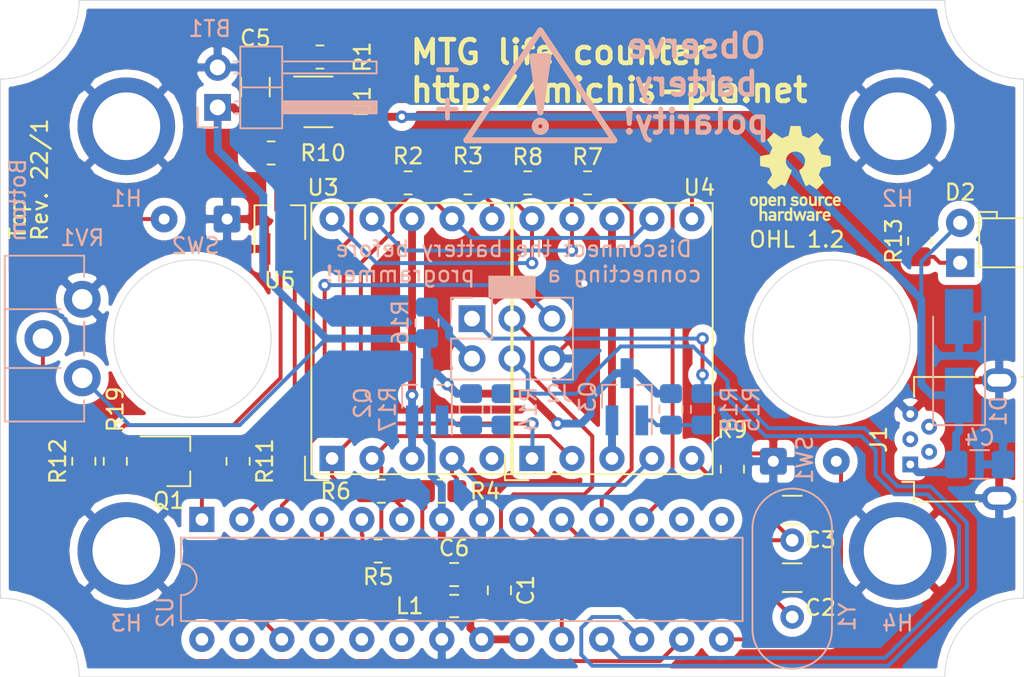
<source format=kicad_pcb>
(kicad_pcb (version 20171130) (host pcbnew "(5.1.12)-1")
  (layers (0 F.Cu signal hide) (31 B.Cu signal hide) (34 B.Paste user hide) (35 F.Paste user hide) (36 B.SilkS user) (37 F.SilkS user) (38 B.Mask user) (39 F.Mask user hide) (44 Edge.Cuts user))
  (net 0 "")
  (net 1 GND)
  (net 2 +BATT)
  (net 3 VDDA)
  (net 4 /Power/VUSB)
  (net 5 "Net-(D2-Pad1)")
  (net 6 "Net-(J1-Pad2)")
  (net 7 "Net-(J1-Pad3)")
  (net 8 "Net-(J1-Pad4)")
  (net 9 ~RESET)
  (net 10 MOSI)
  (net 11 SCK)
  (net 12 MISO)
  (net 13 /~DIGIT_1_ENABLE)
  (net 14 /~DIGIT_2_ENABLE)
  (net 15 "Net-(R1-Pad1)")
  (net 16 "Net-(R2-Pad2)")
  (net 17 /7S_A)
  (net 18 "Net-(R3-Pad2)")
  (net 19 /7S_B)
  (net 20 /7S_C)
  (net 21 "Net-(R4-Pad1)")
  (net 22 "Net-(R5-Pad2)")
  (net 23 /7S_D)
  (net 24 "Net-(R6-Pad2)")
  (net 25 /7S_E)
  (net 26 "Net-(R7-Pad2)")
  (net 27 /7S_F)
  (net 28 "Net-(R8-Pad2)")
  (net 29 /7S_G)
  (net 30 "Net-(R9-Pad2)")
  (net 31 "Net-(R10-Pad2)")
  (net 32 /Power/~BATT_LOW)
  (net 33 /Power/CHARGER_STAT)
  (net 34 "Net-(U2-Pad28)")
  (net 35 "Net-(U2-Pad14)")
  (net 36 "Net-(U2-Pad27)")
  (net 37 "Net-(U2-Pad13)")
  (net 38 "Net-(U2-Pad25)")
  (net 39 "Net-(U2-Pad24)")
  (net 40 "Net-(U2-Pad23)")
  (net 41 /SW_INC)
  (net 42 /SW_DEC)
  (net 43 "Net-(U3-Pad5)")
  (net 44 "Net-(Q2-Pad1)")
  (net 45 "Net-(Q3-Pad1)")
  (net 46 /XTAL1)
  (net 47 /XTAL2)
  (net 48 /BRIGHTNESS)
  (net 49 "Net-(Q1-Pad1)")
  (net 50 /CA_1)
  (net 51 /CA_2)
  (net 52 /VCC_PROG)
  (module Symbol:OSHW-Logo_5.7x6mm_SilkScreen (layer F.Cu) (at 150.5 111)
    (fp_text reference REF** hide)
    (fp_text value OSHW-Logo_5.7x6mm_SilkScreen hide)
  )
  (module mibe:Symbol_Attention_SilkTop_Small (layer B.Cu) (at 134.3 106.1 180)
    (fp_text reference REF** hide)
    (fp_text value Symbol_Attention_SilkTop_Small)
  )
  (module mibe:NetTie-2_SMD_Pad0.25mm (layer B.Cu) (at 133.5 124.5 270)
    (fp_text reference NT1 hide)
    (fp_text value Net-Tie_2)
    (fp_poly (pts (xy -0.5 0.125) (xy 0.5 0.125) (xy 0.5 -0.125) (xy -0.5 -0.125)) (layer B.Cu) (width 0))
    (pad 2 smd circle (at 0.5 0 270) (size 0.25 0.25) (layers B.Cu) (net 13 /~DIGIT_1_ENABLE))
    (pad 1 smd circle (at -0.5 0 270) (size 0.25 0.25) (layers B.Cu) (net 10 MOSI))
  )
  (module mibe:NetTie-2_SMD_Pad0.25mm (layer F.Cu) (at 144.6 122.8 90)
    (fp_text reference NT2 hide)
    (fp_text value Net-Tie_2)
    (fp_poly (pts (xy -0.5 -0.125) (xy 0.5 -0.125) (xy 0.5 0.125) (xy -0.5 0.125)) (layer F.Cu) (width 0))
    (pad 2 smd circle (at 0.5 0 90) (size 0.25 0.25) (layers F.Cu) (net 12 MISO))
    (pad 1 smd circle (at -0.5 0 90) (size 0.25 0.25) (layers F.Cu) (net 14 /~DIGIT_2_ENABLE))
  )
  (module Resistor_SMD:R_0805_2012Metric_Pad1.20x1.40mm_HandSolder (layer B.Cu) (at 144.6 126 270)
    (fp_text reference R15 (at 0 -3.1 270) (layer B.SilkS) (effects (justify mirror)))
    (fp_text value "220 Ω")
    (pad 2 smd roundrect (at 1 0 270) (size 1.2 1.4) (layers B.Cu B.Paste B.Mask) (roundrect_rratio 0.208333) (net 45 "Net-(Q3-Pad1)"))
    (pad 1 smd roundrect (at -1 0 270) (size 1.2 1.4) (layers B.Cu B.Paste B.Mask) (roundrect_rratio 0.208333) (net 14 /~DIGIT_2_ENABLE))
  )
  (module Package_DIP:DIP-28_W7.62mm (layer B.Cu) (at 112.8 133 270)
    (fp_text reference U2 (at 5.9 2.33 270) (layer B.SilkS) (effects (justify mirror)))
    (fp_text value AT90S4433-8P)
    (pad 28 thru_hole oval (at 7.62 0 270) (size 1.6 1.6) (drill 0.8) (layers *.Cu *.Mask) (net 34 "Net-(U2-Pad28)"))
    (pad 14 thru_hole oval (at 0 -33.02 270) (size 1.6 1.6) (drill 0.8) (layers *.Cu *.Mask) (net 35 "Net-(U2-Pad14)"))
    (pad 27 thru_hole oval (at 7.62 -2.54 270) (size 1.6 1.6) (drill 0.8) (layers *.Cu *.Mask) (net 36 "Net-(U2-Pad27)"))
    (pad 13 thru_hole oval (at 0 -30.48 270) (size 1.6 1.6) (drill 0.8) (layers *.Cu *.Mask) (net 37 "Net-(U2-Pad13)"))
    (pad 26 thru_hole oval (at 7.62 -5.08 270) (size 1.6 1.6) (drill 0.8) (layers *.Cu *.Mask) (net 48 /BRIGHTNESS))
    (pad 12 thru_hole oval (at 0 -27.94 270) (size 1.6 1.6) (drill 0.8) (layers *.Cu *.Mask) (net 28 "Net-(R8-Pad2)"))
    (pad 25 thru_hole oval (at 7.62 -7.62 270) (size 1.6 1.6) (drill 0.8) (layers *.Cu *.Mask) (net 38 "Net-(U2-Pad25)"))
    (pad 11 thru_hole oval (at 0 -25.4 270) (size 1.6 1.6) (drill 0.8) (layers *.Cu *.Mask) (net 26 "Net-(R7-Pad2)"))
    (pad 24 thru_hole oval (at 7.62 -10.16 270) (size 1.6 1.6) (drill 0.8) (layers *.Cu *.Mask) (net 39 "Net-(U2-Pad24)"))
    (pad 10 thru_hole oval (at 0 -22.86 270) (size 1.6 1.6) (drill 0.8) (layers *.Cu *.Mask) (net 47 /XTAL2))
    (pad 23 thru_hole oval (at 7.62 -12.7 270) (size 1.6 1.6) (drill 0.8) (layers *.Cu *.Mask) (net 40 "Net-(U2-Pad23)"))
    (pad 9 thru_hole oval (at 0 -20.32 270) (size 1.6 1.6) (drill 0.8) (layers *.Cu *.Mask) (net 46 /XTAL1))
    (pad 22 thru_hole oval (at 7.62 -15.24 270) (size 1.6 1.6) (drill 0.8) (layers *.Cu *.Mask) (net 1 GND))
    (pad 8 thru_hole oval (at 0 -17.78 270) (size 1.6 1.6) (drill 0.8) (layers *.Cu *.Mask) (net 1 GND))
    (pad 21 thru_hole oval (at 7.62 -17.78 270) (size 1.6 1.6) (drill 0.8) (layers *.Cu *.Mask) (net 3 VDDA))
    (pad 7 thru_hole oval (at 0 -15.24 270) (size 1.6 1.6) (drill 0.8) (layers *.Cu *.Mask) (net 2 +BATT))
    (pad 20 thru_hole oval (at 7.62 -20.32 270) (size 1.6 1.6) (drill 0.8) (layers *.Cu *.Mask) (net 3 VDDA))
    (pad 6 thru_hole oval (at 0 -12.7 270) (size 1.6 1.6) (drill 0.8) (layers *.Cu *.Mask) (net 24 "Net-(R6-Pad2)"))
    (pad 19 thru_hole oval (at 7.62 -22.86 270) (size 1.6 1.6) (drill 0.8) (layers *.Cu *.Mask) (net 11 SCK))
    (pad 5 thru_hole oval (at 0 -10.16 270) (size 1.6 1.6) (drill 0.8) (layers *.Cu *.Mask) (net 22 "Net-(R5-Pad2)"))
    (pad 18 thru_hole oval (at 7.62 -25.4 270) (size 1.6 1.6) (drill 0.8) (layers *.Cu *.Mask) (net 14 /~DIGIT_2_ENABLE))
    (pad 4 thru_hole oval (at 0 -7.62 270) (size 1.6 1.6) (drill 0.8) (layers *.Cu *.Mask) (net 21 "Net-(R4-Pad1)"))
    (pad 17 thru_hole oval (at 7.62 -27.94 270) (size 1.6 1.6) (drill 0.8) (layers *.Cu *.Mask) (net 13 /~DIGIT_1_ENABLE))
    (pad 3 thru_hole oval (at 0 -5.08 270) (size 1.6 1.6) (drill 0.8) (layers *.Cu *.Mask) (net 18 "Net-(R3-Pad2)"))
    (pad 16 thru_hole oval (at 7.62 -30.48 270) (size 1.6 1.6) (drill 0.8) (layers *.Cu *.Mask) (net 41 /SW_INC))
    (pad 2 thru_hole oval (at 0 -2.54 270) (size 1.6 1.6) (drill 0.8) (layers *.Cu *.Mask) (net 16 "Net-(R2-Pad2)"))
    (pad 15 thru_hole oval (at 7.62 -33.02 270) (size 1.6 1.6) (drill 0.8) (layers *.Cu *.Mask) (net 42 /SW_DEC))
    (pad 1 thru_hole rect (at 0 0 270) (size 1.6 1.6) (drill 0.8) (layers *.Cu *.Mask) (net 9 ~RESET))
  )
  (module mibe:HDSP-H101 (layer F.Cu) (at 133.77 129.12)
    (fp_text reference U4 (at 10.63 -17.22) (layer F.SilkS))
    (fp_text value HDSP-H101)
    (pad 10 thru_hole circle (at 0 -15.24) (size 1.6 1.6) (drill 0.8) (layers *.Cu *.Mask) (net 29 /7S_G))
    (pad 9 thru_hole circle (at 2.54 -15.24) (size 1.6 1.6) (drill 0.8) (layers *.Cu *.Mask) (net 27 /7S_F))
    (pad 8 thru_hole circle (at 5.08 -15.24) (size 1.6 1.6) (drill 0.8) (layers *.Cu *.Mask) (net 51 /CA_2))
    (pad 7 thru_hole circle (at 7.62 -15.24) (size 1.6 1.6) (drill 0.8) (layers *.Cu *.Mask) (net 17 /7S_A))
    (pad 6 thru_hole circle (at 10.16 -15.24) (size 1.6 1.6) (drill 0.8) (layers *.Cu *.Mask) (net 19 /7S_B))
    (pad 5 thru_hole circle (at 10.16 0) (size 1.6 1.6) (drill 0.8) (layers *.Cu *.Mask) (net 30 "Net-(R9-Pad2)"))
    (pad 4 thru_hole circle (at 7.62 0) (size 1.6 1.6) (drill 0.8) (layers *.Cu *.Mask) (net 20 /7S_C))
    (pad 3 thru_hole circle (at 5.08 0) (size 1.6 1.6) (drill 0.8) (layers *.Cu *.Mask) (net 51 /CA_2))
    (pad 2 thru_hole circle (at 2.54 0) (size 1.6 1.6) (drill 0.8) (layers *.Cu *.Mask) (net 23 /7S_D))
    (pad 1 thru_hole rect (at 0 0) (size 1.6 1.6) (drill 0.8) (layers *.Cu *.Mask) (net 25 /7S_E))
  )
  (module Connector_Wire:SolderWire-0.15sqmm_1x02_P4mm_D0.5mm_OD1.5mm (layer F.Cu) (at 114.4 113.9 180)
    (fp_text reference SW2 (at 2 -1.7) (layer B.SilkS) (effects (justify mirror)))
    (fp_text value SW_Push)
    (pad 1 thru_hole roundrect (at 0 0 180) (size 1.7 1.7) (drill 0.7) (layers *.Cu *.Mask) (roundrect_rratio 0.147059) (net 1 GND))
    (pad 2 thru_hole circle (at 4 0 180) (size 1.7 1.7) (drill 0.7) (layers *.Cu *.Mask) (net 41 /SW_INC))
  )
  (module Connector_Wire:SolderWire-0.15sqmm_1x02_P4mm_D0.5mm_OD1.5mm (layer F.Cu) (at 149.1 129.3)
    (fp_text reference SW1 (at 2 -0.1 -90) (layer B.SilkS) (effects (justify mirror)))
    (fp_text value SW_Push)
    (pad 2 thru_hole circle (at 4 0) (size 1.7 1.7) (drill 0.7) (layers *.Cu *.Mask) (net 42 /SW_DEC))
    (pad 1 thru_hole roundrect (at 0 0) (size 1.7 1.7) (drill 0.7) (layers *.Cu *.Mask) (roundrect_rratio 0.147059) (net 1 GND))
  )
  (module Resistor_SMD:R_0805_2012Metric_Pad1.20x1.40mm_HandSolder (layer F.Cu) (at 107.3 129.3 90)
    (fp_text reference R19 (at 3.3 0 90) (layer F.SilkS))
    (fp_text value "10 kΩ")
    (pad 2 smd roundrect (at 1 0 90) (size 1.2 1.4) (layers F.Cu F.Paste F.Mask) (roundrect_rratio 0.208333) (net 4 /Power/VUSB))
    (pad 1 smd roundrect (at -1 0 90) (size 1.2 1.4) (layers F.Cu F.Paste F.Mask) (roundrect_rratio 0.208333) (net 49 "Net-(Q1-Pad1)"))
  )
  (module LED_THT:LED_D3.0mm_Horizontal_O1.27mm_Z2.0mm (layer F.Cu) (at 160.97 116.68 90)
    (fp_text reference D2 (at 4.48 0 180) (layer F.SilkS))
    (fp_text value "LED red")
    (pad 2 thru_hole circle (at 2.54 0 90) (size 1.8 1.8) (drill 0.9) (layers *.Cu *.Mask) (net 4 /Power/VUSB))
    (pad 1 thru_hole rect (at 0 0 90) (size 1.8 1.8) (drill 0.9) (layers *.Cu *.Mask) (net 5 "Net-(D2-Pad1)"))
  )
  (module Capacitor_SMD:C_0805_2012Metric_Pad1.18x1.45mm_HandSolder (layer F.Cu) (at 128.825 136.5)
    (fp_text reference C6 (at 0 -1.68) (layer F.SilkS))
    (fp_text value "100 nF")
    (pad 1 smd roundrect (at -1.0375 0) (size 1.175 1.45) (layers F.Cu F.Paste F.Mask) (roundrect_rratio 0.212766) (net 2 +BATT))
    (pad 2 smd roundrect (at 1.0375 0) (size 1.175 1.45) (layers F.Cu F.Paste F.Mask) (roundrect_rratio 0.212766) (net 1 GND))
  )
  (module Crystal:Crystal_HC49-4H_Vertical (layer B.Cu) (at 150.3 139.2 90)
    (fp_text reference Y1 (at 0 3.5 90) (layer B.SilkS) (effects (justify mirror)))
    (fp_text value "8 MHz")
    (pad 2 thru_hole circle (at 4.88 0 90) (size 1.5 1.5) (drill 0.8) (layers *.Cu *.Mask) (net 47 /XTAL2))
    (pad 1 thru_hole circle (at 0 0 90) (size 1.5 1.5) (drill 0.8) (layers *.Cu *.Mask) (net 46 /XTAL1))
  )
  (module mibe:SMTSO-M3 (layer B.Cu) (at 157 135)
    (fp_text reference H4 (at 0 4.6) (layer B.SilkS) (effects (justify mirror)))
    (fp_text value MountingHole_Pad)
    (pad 1 thru_hole circle (at 0 0) (size 6.2 6.2) (drill 4.3) (layers *.Cu *.Mask) (net 1 GND))
  )
  (module mibe:SMTSO-M3 (layer B.Cu) (at 108 135)
    (fp_text reference H3 (at 0 4.6) (layer B.SilkS) (effects (justify mirror)))
    (fp_text value MountingHole_Pad)
    (pad 1 thru_hole circle (at 0 0) (size 6.2 6.2) (drill 4.3) (layers *.Cu *.Mask) (net 1 GND))
  )
  (module mibe:SMTSO-M3 (layer B.Cu) (at 157 108)
    (fp_text reference H2 (at 0 4.6) (layer B.SilkS) (effects (justify mirror)))
    (fp_text value MountingHole_Pad)
    (pad 1 thru_hole circle (at 0 0) (size 6.2 6.2) (drill 4.3) (layers *.Cu *.Mask) (net 1 GND))
  )
  (module mibe:SMTSO-M3 (layer B.Cu) (at 108 108)
    (fp_text reference H1 (at 0 4.6) (layer B.SilkS) (effects (justify mirror)))
    (fp_text value MountingHole_Pad)
    (pad 1 thru_hole circle (at 0 0) (size 6.2 6.2) (drill 4.3) (layers *.Cu *.Mask) (net 1 GND))
  )
  (module Package_TO_SOT_SMD:SOT-23W_Handsoldering (layer F.Cu) (at 117.75 114.1 90)
    (fp_text reference U5 (at -3.7 0 180) (layer F.SilkS))
    (fp_text value SGM809-T)
    (pad 3 smd rect (at 1.7 0 90) (size 2 0.7) (layers F.Cu F.Paste F.Mask) (net 31 "Net-(R10-Pad2)"))
    (pad 2 smd rect (at -1.7 0.95 90) (size 2 0.7) (layers F.Cu F.Paste F.Mask) (net 32 /Power/~BATT_LOW))
    (pad 1 smd rect (at -1.7 -0.95 90) (size 2 0.7) (layers F.Cu F.Paste F.Mask) (net 1 GND))
  )
  (module mibe:HDSP-H101 (layer F.Cu) (at 121.07 129.12)
    (fp_text reference U3 (at -0.57 -17.22) (layer F.SilkS))
    (fp_text value HDSP-H101)
    (pad 10 thru_hole circle (at 0 -15.24) (size 1.6 1.6) (drill 0.8) (layers *.Cu *.Mask) (net 29 /7S_G))
    (pad 9 thru_hole circle (at 2.54 -15.24) (size 1.6 1.6) (drill 0.8) (layers *.Cu *.Mask) (net 27 /7S_F))
    (pad 8 thru_hole circle (at 5.08 -15.24) (size 1.6 1.6) (drill 0.8) (layers *.Cu *.Mask) (net 50 /CA_1))
    (pad 7 thru_hole circle (at 7.62 -15.24) (size 1.6 1.6) (drill 0.8) (layers *.Cu *.Mask) (net 17 /7S_A))
    (pad 6 thru_hole circle (at 10.16 -15.24) (size 1.6 1.6) (drill 0.8) (layers *.Cu *.Mask) (net 19 /7S_B))
    (pad 5 thru_hole circle (at 10.16 0) (size 1.6 1.6) (drill 0.8) (layers *.Cu *.Mask) (net 43 "Net-(U3-Pad5)"))
    (pad 4 thru_hole circle (at 7.62 0) (size 1.6 1.6) (drill 0.8) (layers *.Cu *.Mask) (net 20 /7S_C))
    (pad 3 thru_hole circle (at 5.08 0) (size 1.6 1.6) (drill 0.8) (layers *.Cu *.Mask) (net 50 /CA_1))
    (pad 2 thru_hole circle (at 2.54 0) (size 1.6 1.6) (drill 0.8) (layers *.Cu *.Mask) (net 23 /7S_D))
    (pad 1 thru_hole rect (at 0 0) (size 1.6 1.6) (drill 0.8) (layers *.Cu *.Mask) (net 25 /7S_E))
  )
  (module Package_TO_SOT_SMD:SOT-23-5 (layer F.Cu) (at 120.2 106.45)
    (fp_text reference U1 (at 2.8 0 90) (layer F.SilkS))
    (fp_text value MCP73831-2-OT)
    (pad 5 smd rect (at 1.1 -0.95) (size 1.06 0.65) (layers F.Cu F.Paste F.Mask) (net 15 "Net-(R1-Pad1)"))
    (pad 4 smd rect (at 1.1 0.95) (size 1.06 0.65) (layers F.Cu F.Paste F.Mask) (net 4 /Power/VUSB))
    (pad 3 smd rect (at -1.1 0.95) (size 1.06 0.65) (layers F.Cu F.Paste F.Mask) (net 2 +BATT))
    (pad 2 smd rect (at -1.1 0) (size 1.06 0.65) (layers F.Cu F.Paste F.Mask) (net 1 GND))
    (pad 1 smd rect (at -1.1 -0.95) (size 1.06 0.65) (layers F.Cu F.Paste F.Mask) (net 33 /Power/CHARGER_STAT))
  )
  (module Potentiometer_THT:Potentiometer_Piher_PT-10-H01_Horizontal (layer B.Cu) (at 105.2 119 180)
    (fp_text reference RV1 (at 0 3.9) (layer B.SilkS) (effects (justify mirror)))
    (fp_text value "10 kΩ")
    (pad 1 thru_hole circle (at 0 0 180) (size 2.34 2.34) (drill 1.3) (layers *.Cu *.Mask) (net 1 GND))
    (pad 2 thru_hole circle (at 2.5 -2.5 180) (size 2.34 2.34) (drill 1.3) (layers *.Cu *.Mask) (net 48 /BRIGHTNESS))
    (pad 3 thru_hole circle (at 0 -5 180) (size 2.34 2.34) (drill 1.3) (layers *.Cu *.Mask) (net 2 +BATT))
  )
  (module Resistor_SMD:R_0805_2012Metric_Pad1.20x1.40mm_HandSolder (layer B.Cu) (at 142.6 126 270)
    (fp_text reference R18 (at 0 -3.7 90) (layer B.SilkS) (effects (justify mirror)))
    (fp_text value "10 kΩ")
    (pad 2 smd roundrect (at 1 0 270) (size 1.2 1.4) (layers B.Cu B.Paste B.Mask) (roundrect_rratio 0.208333) (net 45 "Net-(Q3-Pad1)"))
    (pad 1 smd roundrect (at -1 0 270) (size 1.2 1.4) (layers B.Cu B.Paste B.Mask) (roundrect_rratio 0.208333) (net 2 +BATT))
  )
  (module Resistor_SMD:R_0805_2012Metric_Pad1.20x1.40mm_HandSolder (layer B.Cu) (at 129.9 126 270)
    (fp_text reference R17 (at 0 5.3 90) (layer B.SilkS) (effects (justify mirror)))
    (fp_text value "10 kΩ")
    (pad 2 smd roundrect (at 1 0 270) (size 1.2 1.4) (layers B.Cu B.Paste B.Mask) (roundrect_rratio 0.208333) (net 44 "Net-(Q2-Pad1)"))
    (pad 1 smd roundrect (at -1 0 270) (size 1.2 1.4) (layers B.Cu B.Paste B.Mask) (roundrect_rratio 0.208333) (net 2 +BATT))
  )
  (module Resistor_SMD:R_0805_2012Metric_Pad1.20x1.40mm_HandSolder (layer B.Cu) (at 127.1 120.5 90)
    (fp_text reference R16 (at 0 -1.7 90) (layer B.SilkS) (effects (justify mirror)))
    (fp_text value "150 Ω")
    (pad 2 smd roundrect (at 1 0 90) (size 1.2 1.4) (layers B.Cu B.Paste B.Mask) (roundrect_rratio 0.208333) (net 52 /VCC_PROG))
    (pad 1 smd roundrect (at -1 0 90) (size 1.2 1.4) (layers B.Cu B.Paste B.Mask) (roundrect_rratio 0.208333) (net 2 +BATT))
  )
  (module Resistor_SMD:R_0805_2012Metric_Pad1.20x1.40mm_HandSolder (layer B.Cu) (at 131.9 126 90)
    (fp_text reference R14 (at 0 1.65 90) (layer B.SilkS) (effects (justify mirror)))
    (fp_text value "220 Ω")
    (pad 2 smd roundrect (at 1 0 90) (size 1.2 1.4) (layers B.Cu B.Paste B.Mask) (roundrect_rratio 0.208333) (net 13 /~DIGIT_1_ENABLE))
    (pad 1 smd roundrect (at -1 0 90) (size 1.2 1.4) (layers B.Cu B.Paste B.Mask) (roundrect_rratio 0.208333) (net 44 "Net-(Q2-Pad1)"))
  )
  (module Resistor_SMD:R_0805_2012Metric_Pad1.20x1.40mm_HandSolder (layer F.Cu) (at 158.4 115.3 90)
    (fp_text reference R13 (at 0 -1.65 90) (layer F.SilkS))
    (fp_text value "1,8 kΩ")
    (pad 2 smd roundrect (at 1 0 90) (size 1.2 1.4) (layers F.Cu F.Paste F.Mask) (roundrect_rratio 0.208333) (net 33 /Power/CHARGER_STAT))
    (pad 1 smd roundrect (at -1 0 90) (size 1.2 1.4) (layers F.Cu F.Paste F.Mask) (roundrect_rratio 0.208333) (net 5 "Net-(D2-Pad1)"))
  )
  (module Resistor_SMD:R_0805_2012Metric_Pad1.20x1.40mm_HandSolder (layer F.Cu) (at 105.3 129.3 90)
    (fp_text reference R12 (at 0 -1.65 90) (layer F.SilkS))
    (fp_text value "100 kΩ")
    (pad 2 smd roundrect (at 1 0 90) (size 1.2 1.4) (layers F.Cu F.Paste F.Mask) (roundrect_rratio 0.208333) (net 4 /Power/VUSB))
    (pad 1 smd roundrect (at -1 0 90) (size 1.2 1.4) (layers F.Cu F.Paste F.Mask) (roundrect_rratio 0.208333) (net 1 GND))
  )
  (module Resistor_SMD:R_0805_2012Metric_Pad1.20x1.40mm_HandSolder (layer F.Cu) (at 115.1 129.3 90)
    (fp_text reference R11 (at 0 1.7 90) (layer F.SilkS))
    (fp_text value "10 kΩ")
    (pad 2 smd roundrect (at 1 0 90) (size 1.2 1.4) (layers F.Cu F.Paste F.Mask) (roundrect_rratio 0.208333) (net 32 /Power/~BATT_LOW))
    (pad 1 smd roundrect (at -1 0 90) (size 1.2 1.4) (layers F.Cu F.Paste F.Mask) (roundrect_rratio 0.208333) (net 9 ~RESET))
  )
  (module Resistor_SMD:R_0805_2012Metric_Pad1.20x1.40mm_HandSolder (layer F.Cu) (at 117.2 109.7)
    (fp_text reference R10 (at 3.3 0) (layer F.SilkS))
    (fp_text value "680 Ω")
    (pad 2 smd roundrect (at 1 0) (size 1.2 1.4) (layers F.Cu F.Paste F.Mask) (roundrect_rratio 0.208333) (net 31 "Net-(R10-Pad2)"))
    (pad 1 smd roundrect (at -1 0) (size 1.2 1.4) (layers F.Cu F.Paste F.Mask) (roundrect_rratio 0.208333) (net 2 +BATT))
  )
  (module Resistor_SMD:R_0805_2012Metric_Pad1.20x1.40mm_HandSolder (layer F.Cu) (at 146.5 129.8 270)
    (fp_text reference R9 (at -2.5 0 180) (layer F.SilkS))
    (fp_text value "130 Ω")
    (pad 2 smd roundrect (at 1 0 270) (size 1.2 1.4) (layers F.Cu F.Paste F.Mask) (roundrect_rratio 0.208333) (net 30 "Net-(R9-Pad2)"))
    (pad 1 smd roundrect (at -1 0 270) (size 1.2 1.4) (layers F.Cu F.Paste F.Mask) (roundrect_rratio 0.208333) (net 1 GND))
  )
  (module Resistor_SMD:R_0805_2012Metric_Pad1.20x1.40mm_HandSolder (layer F.Cu) (at 133.5 111.6)
    (fp_text reference R8 (at 0 -1.65) (layer F.SilkS))
    (fp_text value "130 Ω")
    (pad 2 smd roundrect (at 1 0) (size 1.2 1.4) (layers F.Cu F.Paste F.Mask) (roundrect_rratio 0.208333) (net 28 "Net-(R8-Pad2)"))
    (pad 1 smd roundrect (at -1 0) (size 1.2 1.4) (layers F.Cu F.Paste F.Mask) (roundrect_rratio 0.208333) (net 29 /7S_G))
  )
  (module Resistor_SMD:R_0805_2012Metric_Pad1.20x1.40mm_HandSolder (layer F.Cu) (at 137.3 111.6)
    (fp_text reference R7 (at 0 -1.65) (layer F.SilkS))
    (fp_text value "130 Ω")
    (pad 2 smd roundrect (at 1 0) (size 1.2 1.4) (layers F.Cu F.Paste F.Mask) (roundrect_rratio 0.208333) (net 26 "Net-(R7-Pad2)"))
    (pad 1 smd roundrect (at -1 0) (size 1.2 1.4) (layers F.Cu F.Paste F.Mask) (roundrect_rratio 0.208333) (net 27 /7S_F))
  )
  (module Resistor_SMD:R_0805_2012Metric_Pad1.20x1.40mm_HandSolder (layer F.Cu) (at 124.2 131.2)
    (fp_text reference R6 (at -2.9 0) (layer F.SilkS))
    (fp_text value "130 Ω")
    (pad 2 smd roundrect (at 1 0) (size 1.2 1.4) (layers F.Cu F.Paste F.Mask) (roundrect_rratio 0.208333) (net 24 "Net-(R6-Pad2)"))
    (pad 1 smd roundrect (at -1 0) (size 1.2 1.4) (layers F.Cu F.Paste F.Mask) (roundrect_rratio 0.208333) (net 25 /7S_E))
  )
  (module Resistor_SMD:R_0805_2012Metric_Pad1.20x1.40mm_HandSolder (layer F.Cu) (at 124 135 180)
    (fp_text reference R5 (at 0 -1.65) (layer F.SilkS))
    (fp_text value "130 Ω")
    (pad 2 smd roundrect (at 1 0 180) (size 1.2 1.4) (layers F.Cu F.Paste F.Mask) (roundrect_rratio 0.208333) (net 22 "Net-(R5-Pad2)"))
    (pad 1 smd roundrect (at -1 0 180) (size 1.2 1.4) (layers F.Cu F.Paste F.Mask) (roundrect_rratio 0.208333) (net 23 /7S_D))
  )
  (module Resistor_SMD:R_0805_2012Metric_Pad1.20x1.40mm_HandSolder (layer F.Cu) (at 128 131.2)
    (fp_text reference R4 (at 2.8 0) (layer F.SilkS))
    (fp_text value "130 Ω")
    (pad 2 smd roundrect (at 1 0) (size 1.2 1.4) (layers F.Cu F.Paste F.Mask) (roundrect_rratio 0.208333) (net 20 /7S_C))
    (pad 1 smd roundrect (at -1 0) (size 1.2 1.4) (layers F.Cu F.Paste F.Mask) (roundrect_rratio 0.208333) (net 21 "Net-(R4-Pad1)"))
  )
  (module Resistor_SMD:R_0805_2012Metric_Pad1.20x1.40mm_HandSolder (layer F.Cu) (at 129.7 111.6 180)
    (fp_text reference R3 (at 0 1.7) (layer F.SilkS))
    (fp_text value "130 Ω")
    (pad 2 smd roundrect (at 1 0 180) (size 1.2 1.4) (layers F.Cu F.Paste F.Mask) (roundrect_rratio 0.208333) (net 18 "Net-(R3-Pad2)"))
    (pad 1 smd roundrect (at -1 0 180) (size 1.2 1.4) (layers F.Cu F.Paste F.Mask) (roundrect_rratio 0.208333) (net 19 /7S_B))
  )
  (module Resistor_SMD:R_0805_2012Metric_Pad1.20x1.40mm_HandSolder (layer F.Cu) (at 125.9 111.6 180)
    (fp_text reference R2 (at 0 1.7) (layer F.SilkS))
    (fp_text value "130 Ω")
    (pad 2 smd roundrect (at 1 0 180) (size 1.2 1.4) (layers F.Cu F.Paste F.Mask) (roundrect_rratio 0.208333) (net 16 "Net-(R2-Pad2)"))
    (pad 1 smd roundrect (at -1 0 180) (size 1.2 1.4) (layers F.Cu F.Paste F.Mask) (roundrect_rratio 0.208333) (net 17 /7S_A))
  )
  (module Resistor_SMD:R_0805_2012Metric_Pad1.20x1.40mm_HandSolder (layer F.Cu) (at 120.3 103.6 180)
    (fp_text reference R1 (at -2.7 0 90) (layer F.SilkS))
    (fp_text value "3,3 kΩ")
    (pad 2 smd roundrect (at 1 0 180) (size 1.2 1.4) (layers F.Cu F.Paste F.Mask) (roundrect_rratio 0.208333) (net 1 GND))
    (pad 1 smd roundrect (at -1 0 180) (size 1.2 1.4) (layers F.Cu F.Paste F.Mask) (roundrect_rratio 0.208333) (net 15 "Net-(R1-Pad1)"))
  )
  (module Package_TO_SOT_SMD:SOT-23_Handsoldering (layer B.Cu) (at 139.8 125.2 90)
    (fp_text reference Q3 (at 0 -2.5 90) (layer B.SilkS) (effects (justify mirror)))
    (fp_text value Si2301DS)
    (pad 3 smd rect (at 1.5 0 90) (size 1.9 0.8) (layers B.Cu B.Paste B.Mask) (net 2 +BATT))
    (pad 2 smd rect (at -1.5 -0.95 90) (size 1.9 0.8) (layers B.Cu B.Paste B.Mask) (net 51 /CA_2))
    (pad 1 smd rect (at -1.5 0.95 90) (size 1.9 0.8) (layers B.Cu B.Paste B.Mask) (net 45 "Net-(Q3-Pad1)"))
  )
  (module Package_TO_SOT_SMD:SOT-23_Handsoldering (layer B.Cu) (at 127.1 125.2 90)
    (fp_text reference Q2 (at -0.4 -4.1 90) (layer B.SilkS) (effects (justify mirror)))
    (fp_text value Si2301DS)
    (pad 3 smd rect (at 1.5 0 90) (size 1.9 0.8) (layers B.Cu B.Paste B.Mask) (net 2 +BATT))
    (pad 2 smd rect (at -1.5 -0.95 90) (size 1.9 0.8) (layers B.Cu B.Paste B.Mask) (net 50 /CA_1))
    (pad 1 smd rect (at -1.5 0.95 90) (size 1.9 0.8) (layers B.Cu B.Paste B.Mask) (net 44 "Net-(Q2-Pad1)"))
  )
  (module Package_TO_SOT_SMD:SOT-23_Handsoldering (layer F.Cu) (at 111.3 129.3)
    (fp_text reference Q1 (at -0.6 2.5 180) (layer F.SilkS))
    (fp_text value IRLML6244)
    (pad 3 smd rect (at 1.5 0) (size 1.9 0.8) (layers F.Cu F.Paste F.Mask) (net 9 ~RESET))
    (pad 2 smd rect (at -1.5 0.95) (size 1.9 0.8) (layers F.Cu F.Paste F.Mask) (net 1 GND))
    (pad 1 smd rect (at -1.5 -0.95) (size 1.9 0.8) (layers F.Cu F.Paste F.Mask) (net 49 "Net-(Q1-Pad1)"))
  )
  (module Inductor_SMD:L_0805_2012Metric_Pad1.15x1.40mm_HandSolder (layer F.Cu) (at 128.825 138.5)
    (fp_text reference L1 (at -2.825 0) (layer F.SilkS))
    (fp_text value "10 µH")
    (pad 1 smd roundrect (at -1.025 0) (size 1.15 1.4) (layers F.Cu F.Paste F.Mask) (roundrect_rratio 0.217391) (net 2 +BATT))
    (pad 2 smd roundrect (at 1.025 0) (size 1.15 1.4) (layers F.Cu F.Paste F.Mask) (roundrect_rratio 0.217391) (net 3 VDDA))
  )
  (module Connector_PinHeader_2.54mm:PinHeader_2x03_P2.54mm_Vertical (layer B.Cu) (at 129.96 120.23 270)
    (fp_text reference J2 (at 4.77 -5.54 180) (layer B.SilkS) (effects (justify mirror)))
    (fp_text value AVR-ISP-6)
    (pad 6 thru_hole oval (at 2.54 -5.08 270) (size 1.7 1.7) (drill 1) (layers *.Cu *.Mask) (net 1 GND))
    (pad 5 thru_hole oval (at 0 -5.08 270) (size 1.7 1.7) (drill 1) (layers *.Cu *.Mask) (net 9 ~RESET))
    (pad 4 thru_hole oval (at 2.54 -2.54 270) (size 1.7 1.7) (drill 1) (layers *.Cu *.Mask) (net 10 MOSI))
    (pad 3 thru_hole oval (at 0 -2.54 270) (size 1.7 1.7) (drill 1) (layers *.Cu *.Mask) (net 11 SCK))
    (pad 2 thru_hole oval (at 2.54 0 270) (size 1.7 1.7) (drill 1) (layers *.Cu *.Mask) (net 52 /VCC_PROG))
    (pad 1 thru_hole rect (at 0 0 270) (size 1.7 1.7) (drill 1) (layers *.Cu *.Mask) (net 12 MISO))
  )
  (module mibe:USB_Mini-B_Reichelt_BWM (layer F.Cu) (at 157.8 129.5 90)
    (fp_text reference J1 (at 1.6 -2 -90) (layer F.SilkS))
    (fp_text value USB_B_Mini)
    (pad 6 thru_hole oval (at 5.35 5.65 90) (size 1.5 2.2) (drill oval 0.8 1.5) (layers *.Cu *.Mask) (net 1 GND))
    (pad 6 thru_hole oval (at -2.15 5.65 90) (size 1.5 2.2) (drill oval 0.8 1.5) (layers *.Cu *.Mask) (net 1 GND))
    (pad 5 thru_hole circle (at 3.2 0 90) (size 1 1) (drill 0.5) (layers *.Cu *.Mask) (net 1 GND))
    (pad 4 thru_hole circle (at 2.4 1.2 90) (size 1 1) (drill 0.5) (layers *.Cu *.Mask) (net 8 "Net-(J1-Pad4)"))
    (pad 3 thru_hole circle (at 1.6 0 90) (size 1 1) (drill 0.5) (layers *.Cu *.Mask) (net 7 "Net-(J1-Pad3)"))
    (pad 2 thru_hole circle (at 0.8 1.2 90) (size 1 1) (drill 0.5) (layers *.Cu *.Mask) (net 6 "Net-(J1-Pad2)"))
    (pad 1 thru_hole rect (at 0 0 90) (size 1 1) (drill 0.5) (layers *.Cu *.Mask) (net 4 /Power/VUSB))
  )
  (module Diode_SMD:D_SMA_Handsoldering (layer B.Cu) (at 160.9 122.6 90)
    (fp_text reference D1 (at -3.5 2.5 90) (layer B.SilkS) (effects (justify mirror)))
    (fp_text value SMAJ5.0A)
    (pad 2 smd rect (at 2.5 0 90) (size 3.5 1.8) (layers B.Cu B.Paste B.Mask) (net 1 GND))
    (pad 1 smd rect (at -2.5 0 90) (size 3.5 1.8) (layers B.Cu B.Paste B.Mask) (net 4 /Power/VUSB))
  )
  (module Capacitor_SMD:C_1206_3216Metric_Pad1.42x1.75mm_HandSolder (layer F.Cu) (at 116.2 105.5125 90)
    (fp_text reference C5 (at 3.1125 0 180) (layer F.SilkS))
    (fp_text value "4,7 µF")
    (pad 2 smd roundrect (at 1.4875 0 90) (size 1.425 1.75) (layers F.Cu F.Paste F.Mask) (roundrect_rratio 0.175439) (net 1 GND))
    (pad 1 smd roundrect (at -1.4875 0 90) (size 1.425 1.75) (layers F.Cu F.Paste F.Mask) (roundrect_rratio 0.175439) (net 2 +BATT))
  )
  (module Capacitor_SMD:C_1206_3216Metric_Pad1.42x1.75mm_HandSolder (layer B.Cu) (at 162.2 129.5)
    (fp_text reference C4 (at 0 -1.7) (layer B.SilkS) (effects (justify mirror)))
    (fp_text value "4,7 µF")
    (pad 2 smd roundrect (at 1.4875 0) (size 1.425 1.75) (layers B.Cu B.Paste B.Mask) (roundrect_rratio 0.175439) (net 1 GND))
    (pad 1 smd roundrect (at -1.4875 0) (size 1.425 1.75) (layers B.Cu B.Paste B.Mask) (roundrect_rratio 0.175439) (net 4 /Power/VUSB))
  )
  (module Capacitor_SMD:C_1206_3216Metric_Pad1.42x1.75mm_HandSolder (layer F.Cu) (at 150.3 132.4)
    (fp_text reference C3 (at 1.8 1.9) (layer F.SilkS))
    (fp_text value "33 pF")
    (pad 2 smd roundrect (at 1.4875 0) (size 1.425 1.75) (layers F.Cu F.Paste F.Mask) (roundrect_rratio 0.175439) (net 1 GND))
    (pad 1 smd roundrect (at -1.4875 0) (size 1.425 1.75) (layers F.Cu F.Paste F.Mask) (roundrect_rratio 0.175439) (net 47 /XTAL2))
  )
  (module Capacitor_SMD:C_1206_3216Metric_Pad1.42x1.75mm_HandSolder (layer F.Cu) (at 150.3 136.7)
    (fp_text reference C2 (at 1.8 1.9) (layer F.SilkS))
    (fp_text value "33 pF")
    (pad 2 smd roundrect (at 1.4875 0) (size 1.425 1.75) (layers F.Cu F.Paste F.Mask) (roundrect_rratio 0.175439) (net 1 GND))
    (pad 1 smd roundrect (at -1.4875 0) (size 1.425 1.75) (layers F.Cu F.Paste F.Mask) (roundrect_rratio 0.175439) (net 46 /XTAL1))
  )
  (module Capacitor_SMD:C_0805_2012Metric_Pad1.18x1.45mm_HandSolder (layer F.Cu) (at 131.7 137.5 270)
    (fp_text reference C1 (at 0 -1.68 90) (layer F.SilkS))
    (fp_text value "100 nF")
    (pad 1 smd roundrect (at -1.0375 0 270) (size 1.175 1.45) (layers F.Cu F.Paste F.Mask) (roundrect_rratio 0.212766) (net 1 GND))
    (pad 2 smd roundrect (at 1.0375 0 270) (size 1.175 1.45) (layers F.Cu F.Paste F.Mask) (roundrect_rratio 0.212766) (net 3 VDDA))
  )
  (module Connector_PinHeader_2.54mm:PinHeader_1x02_P2.54mm_Horizontal (layer B.Cu) (at 113.8 106.8)
    (fp_text reference BT1 (at -0.5 -5) (layer B.SilkS) (effects (justify mirror)))
    (fp_text value Battery_Cell)
    (pad 2 thru_hole oval (at 0 -2.54) (size 1.7 1.7) (drill 1) (layers *.Cu *.Mask) (net 1 GND))
    (pad 1 thru_hole rect (at 0 0) (size 1.7 1.7) (drill 1) (layers *.Cu *.Mask) (net 2 +BATT))
  )
  (gr_text Bottom (at 101.1 112.7 90) (layer B.SilkS) (effects (font (size 1 1)) (justify mirror)))
  (gr_text Top (at 101.1 113.9 90) (layer F.SilkS) (effects (font (size 1 1))))
  (gr_text "OHL 1.2" (at 150.6 115.2) (layer F.SilkS) (effects (font (size 1 1))))
  (gr_text "Rev. 22/1" (at 102.5 111.4 90) (layer F.SilkS) (effects (font (size 1 1))))
  (gr_text "MTG life counter\nhttp://michis-pla.net" (at 125.9 104.5) (layer F.SilkS) (effects (font (size 1.5 1.5) (thickness 0.3)) (justify left)))
  (gr_text "Observe\nbattery\npolarity!" (at 144.2 105.3) (layer B.SilkS) (effects (font (size 1.5 1.5) (thickness 0.3)) (justify mirror)))
  (gr_poly (pts (xy 134 118.9) (xy 131 118.9) (xy 131 117.5) (xy 134 117.5)) (layer B.SilkS) (width 0))
  (gr_text - (at 128.4 104.3) (layer B.SilkS) (effects (font (size 1.5 1.5) (thickness 0.3)) (justify mirror)))
  (gr_text + (at 128.4 106.8) (layer B.SilkS) (effects (font (size 1.5 1.5) (thickness 0.3)) (justify mirror)))
  (gr_text "Disconnect the battery before\nconnecting a      programmer!" (at 132.6 116.6) (layer B.SilkS) (effects (font (size 1 1)) (justify mirror)))
  (gr_circle (center 112.2 121.5) (end 117.2 121.5) (layer Edge.Cuts) (width 0.05))
  (gr_circle (center 152.8 121.5) (end 157.8 121.5) (layer Edge.Cuts) (width 0.05))
  (gr_arc (start 165 100) (end 165 105) (angle 90) (layer Edge.Cuts) (width 0.05))
  (gr_arc (start 165 143) (end 160 143) (angle 90) (layer Edge.Cuts) (width 0.05))
  (gr_arc (start 100 143) (end 100 138) (angle 90) (layer Edge.Cuts) (width 0.05))
  (gr_arc (start 100 100) (end 105 100) (angle 90) (layer Edge.Cuts) (width 0.05))
  (gr_line (start 165 138) (end 165 105) (layer Edge.Cuts) (width 0.05))
  (gr_line (start 100 138) (end 100 105) (layer Edge.Cuts) (width 0.05))
  (gr_line (start 105 143) (end 160 143) (layer Edge.Cuts) (width 0.05))
  (gr_line (start 105 100) (end 160 100) (layer Edge.Cuts) (width 0.05))
  (segment (start 129.9 136.4625) (end 129.8625 136.5) (width 0.5) (layer F.Cu) (net 1))
  (segment (start 131.7 136.4625) (end 129.9 136.4625) (width 0.5) (layer F.Cu) (net 1))
  (segment (start 128.04 140.62) (end 128.28 140.62) (width 0.5) (layer F.Cu) (net 1))
  (segment (start 148.6 128.8) (end 149.1 129.3) (width 0.25) (layer F.Cu) (net 1))
  (segment (start 146.5 128.8) (end 148.6 128.8) (width 0.25) (layer F.Cu) (net 1))
  (segment (start 151.7875 132.4) (end 151.7875 130.3875) (width 0.5) (layer F.Cu) (net 1))
  (segment (start 150.7 129.3) (end 149.1 129.3) (width 0.5) (layer F.Cu) (net 1))
  (segment (start 151.7875 130.3875) (end 150.7 129.3) (width 0.5) (layer F.Cu) (net 1))
  (segment (start 151.7875 132.4) (end 151.7875 136.7) (width 0.5) (layer F.Cu) (net 1))
  (via (at 137.1 118) (size 0.8) (drill 0.4) (layers F.Cu B.Cu) (net 1))
  (segment (start 137.1 120.71) (end 137.1 118) (width 0.25) (layer F.Cu) (net 1))
  (segment (start 135.04 122.77) (end 137.1 120.71) (width 0.25) (layer F.Cu) (net 1))
  (segment (start 119.1 106.45) (end 118.15 106.45) (width 0.5) (layer F.Cu) (net 1))
  (segment (start 118.15 106.45) (end 117.8 106.1) (width 0.5) (layer F.Cu) (net 1))
  (segment (start 118.2 103.6) (end 119.3 103.6) (width 0.5) (layer F.Cu) (net 1))
  (segment (start 117.775 104.025) (end 118.2 103.6) (width 0.5) (layer F.Cu) (net 1))
  (segment (start 116.2 104.025) (end 117.775 104.025) (width 0.5) (layer F.Cu) (net 1))
  (segment (start 117.8 104.05) (end 117.775 104.025) (width 0.5) (layer F.Cu) (net 1))
  (segment (start 117.8 106.1) (end 117.8 104.05) (width 0.5) (layer F.Cu) (net 1))
  (segment (start 127.7875 135.7875) (end 127.7875 136.5) (width 0.5) (layer F.Cu) (net 2))
  (segment (start 128.04 133) (end 128.04 134.04) (width 0.5) (layer F.Cu) (net 2))
  (segment (start 127.7875 138.4875) (end 127.8 138.5) (width 0.5) (layer F.Cu) (net 2))
  (segment (start 127.7875 136.5) (end 127.7875 138.4875) (width 0.5) (layer F.Cu) (net 2))
  (segment (start 127.7875 136.5) (end 127.7875 135.1125) (width 0.5) (layer F.Cu) (net 2))
  (segment (start 128.04 134.86) (end 128.04 134.04) (width 0.5) (layer F.Cu) (net 2))
  (segment (start 127.7875 135.1125) (end 128.04 134.86) (width 0.5) (layer F.Cu) (net 2))
  (segment (start 113.8 106.8) (end 114.8 106.8) (width 0.5) (layer F.Cu) (net 2))
  (segment (start 115 107) (end 116.2 107) (width 0.5) (layer F.Cu) (net 2))
  (segment (start 114.8 106.8) (end 115 107) (width 0.5) (layer F.Cu) (net 2))
  (segment (start 119.1 107.4) (end 118.1 107.4) (width 0.5) (layer F.Cu) (net 2))
  (segment (start 117.7 107) (end 116.2 107) (width 0.5) (layer F.Cu) (net 2))
  (segment (start 118.1 107.4) (end 117.7 107) (width 0.5) (layer F.Cu) (net 2))
  (segment (start 127.7 123.7) (end 127.1 123.7) (width 0.5) (layer B.Cu) (net 2))
  (segment (start 129 125) (end 128.4 124.4) (width 0.5) (layer B.Cu) (net 2))
  (segment (start 129.9 125) (end 129 125) (width 0.5) (layer B.Cu) (net 2))
  (segment (start 141.7 125) (end 142.6 125) (width 0.5) (layer B.Cu) (net 2))
  (segment (start 140.4 123.7) (end 141.7 125) (width 0.5) (layer B.Cu) (net 2))
  (segment (start 139.8 123.7) (end 140.4 123.7) (width 0.5) (layer B.Cu) (net 2))
  (segment (start 116.2 107) (end 116.2 109.7) (width 0.25) (layer F.Cu) (net 2))
  (segment (start 127.1 121.5) (end 127.1 123.7) (width 0.5) (layer B.Cu) (net 2))
  (segment (start 127.1 121.5) (end 120.7 121.5) (width 0.5) (layer B.Cu) (net 2))
  (segment (start 120.7 121.5) (end 116.7 117.5) (width 0.5) (layer B.Cu) (net 2))
  (segment (start 116.7 117.5) (end 116.7 112.4) (width 0.5) (layer B.Cu) (net 2))
  (segment (start 113.8 109.5) (end 113.8 106.8) (width 0.5) (layer B.Cu) (net 2))
  (segment (start 116.7 112.4) (end 113.8 109.5) (width 0.5) (layer B.Cu) (net 2))
  (segment (start 128.04 133) (end 128.04 130.84) (width 0.5) (layer B.Cu) (net 2))
  (segment (start 128.04 130.84) (end 127.4 130.2) (width 0.5) (layer B.Cu) (net 2))
  (segment (start 127.4 130.2) (end 127.4 128.2) (width 0.5) (layer B.Cu) (net 2))
  (segment (start 127.1 127.9) (end 127.1 123.7) (width 0.5) (layer B.Cu) (net 2))
  (segment (start 127.4 128.2) (end 127.1 127.9) (width 0.5) (layer B.Cu) (net 2))
  (segment (start 128.4 124.4) (end 127.7 123.7) (width 0.5) (layer B.Cu) (net 2))
  (via (at 128.4 124.4) (size 0.8) (drill 0.4) (layers F.Cu B.Cu) (net 2))
  (segment (start 139.8 123.7) (end 139.1 123.7) (width 0.5) (layer B.Cu) (net 2))
  (segment (start 139.1 123.7) (end 137.5 125.3) (width 0.5) (layer B.Cu) (net 2))
  (segment (start 137.5 125.3) (end 137.5 126.3) (width 0.5) (layer B.Cu) (net 2))
  (via (at 135.4 126.9) (size 0.8) (drill 0.4) (layers F.Cu B.Cu) (net 2))
  (segment (start 136.9 126.9) (end 135.4 126.9) (width 0.5) (layer B.Cu) (net 2))
  (segment (start 137.5 126.3) (end 136.9 126.9) (width 0.5) (layer B.Cu) (net 2))
  (segment (start 135.4 126.9) (end 133.5 125) (width 0.5) (layer F.Cu) (net 2))
  (segment (start 129 125) (end 128.4 124.4) (width 0.5) (layer F.Cu) (net 2))
  (segment (start 133.5 125) (end 129 125) (width 0.5) (layer F.Cu) (net 2))
  (segment (start 105.2 124) (end 108.2 127) (width 0.25) (layer B.Cu) (net 2))
  (segment (start 115.2 127) (end 120.7 121.5) (width 0.25) (layer B.Cu) (net 2))
  (segment (start 108.2 127) (end 115.2 127) (width 0.25) (layer B.Cu) (net 2))
  (segment (start 130.58 140.62) (end 133.12 140.62) (width 0.5) (layer F.Cu) (net 3))
  (segment (start 131.6625 138.5) (end 131.7 138.5375) (width 0.5) (layer F.Cu) (net 3))
  (segment (start 129.85 138.5) (end 131.6625 138.5) (width 0.5) (layer F.Cu) (net 3))
  (segment (start 129.85 139.89) (end 130.58 140.62) (width 0.5) (layer F.Cu) (net 3))
  (segment (start 129.85 138.5) (end 129.85 139.89) (width 0.5) (layer F.Cu) (net 3))
  (segment (start 105.3 128.3) (end 107.3 128.3) (width 0.25) (layer F.Cu) (net 4))
  (segment (start 157.8 129.5) (end 158.3 130) (width 0.5) (layer B.Cu) (net 4))
  (segment (start 160.2125 130) (end 160.7125 129.5) (width 0.5) (layer B.Cu) (net 4))
  (segment (start 158.3 130) (end 160.2125 130) (width 0.5) (layer B.Cu) (net 4))
  (segment (start 160.9 127.4) (end 160.9 125.1) (width 0.5) (layer B.Cu) (net 4))
  (segment (start 160.7125 127.5875) (end 160.9 127.4) (width 0.5) (layer B.Cu) (net 4))
  (segment (start 160.7125 129.5) (end 160.7125 127.5875) (width 0.5) (layer B.Cu) (net 4))
  (segment (start 125.5 107.4) (end 121.3 107.4) (width 0.5) (layer F.Cu) (net 4))
  (segment (start 159.2 125.1) (end 160.9 125.1) (width 0.5) (layer B.Cu) (net 4))
  (segment (start 158.5 124.4) (end 159.2 125.1) (width 0.5) (layer B.Cu) (net 4))
  (segment (start 158.5 119) (end 158.5 124.4) (width 0.5) (layer B.Cu) (net 4))
  (segment (start 146.9 107.4) (end 158.5 119) (width 0.5) (layer B.Cu) (net 4))
  (segment (start 125.5 107.4) (end 146.9 107.4) (width 0.5) (layer B.Cu) (net 4))
  (via (at 125.5 107.4) (size 0.8) (drill 0.4) (layers F.Cu B.Cu) (net 4))
  (segment (start 158.5 116.61) (end 160.97 114.14) (width 0.25) (layer B.Cu) (net 4))
  (segment (start 158.5 119) (end 158.5 116.61) (width 0.25) (layer B.Cu) (net 4))
  (segment (start 121.3 110) (end 121.3 107.4) (width 0.25) (layer F.Cu) (net 4))
  (segment (start 118.9 112.4) (end 121.3 110) (width 0.25) (layer F.Cu) (net 4))
  (segment (start 118.9 113.4) (end 118.9 112.4) (width 0.25) (layer F.Cu) (net 4))
  (segment (start 117.8 114.5) (end 118.9 113.4) (width 0.25) (layer F.Cu) (net 4))
  (segment (start 117.8 124) (end 117.8 114.5) (width 0.25) (layer F.Cu) (net 4))
  (segment (start 114.8 127) (end 117.8 124) (width 0.25) (layer F.Cu) (net 4))
  (segment (start 107.9 127) (end 114.8 127) (width 0.25) (layer F.Cu) (net 4))
  (segment (start 107.3 127.6) (end 107.9 127) (width 0.25) (layer F.Cu) (net 4))
  (segment (start 107.3 128.3) (end 107.3 127.6) (width 0.25) (layer F.Cu) (net 4))
  (segment (start 159.68 116.68) (end 160.97 116.68) (width 0.25) (layer F.Cu) (net 5))
  (segment (start 159.3 116.3) (end 159.68 116.68) (width 0.25) (layer F.Cu) (net 5))
  (segment (start 158.4 116.3) (end 159.3 116.3) (width 0.25) (layer F.Cu) (net 5))
  (via (at 120.6 118.1) (size 0.8) (drill 0.4) (layers F.Cu B.Cu) (net 9))
  (segment (start 132.91 118.1) (end 120.6 118.1) (width 0.25) (layer B.Cu) (net 9))
  (segment (start 135.04 120.23) (end 132.91 118.1) (width 0.25) (layer B.Cu) (net 9))
  (segment (start 120.6 118.1) (end 120.6 125.2) (width 0.25) (layer F.Cu) (net 9))
  (segment (start 120.6 125.2) (end 117.4 128.4) (width 0.25) (layer F.Cu) (net 9))
  (segment (start 117.4 128.4) (end 117.4 129.5) (width 0.25) (layer F.Cu) (net 9))
  (segment (start 116.6 130.3) (end 115.1 130.3) (width 0.25) (layer F.Cu) (net 9))
  (segment (start 117.4 129.5) (end 116.6 130.3) (width 0.25) (layer F.Cu) (net 9))
  (segment (start 115.1 130.3) (end 112.8 130.3) (width 0.25) (layer F.Cu) (net 9))
  (segment (start 112.8 130.3) (end 112.8 133) (width 0.25) (layer F.Cu) (net 9))
  (segment (start 112.8 129.3) (end 112.8 130.3) (width 0.25) (layer F.Cu) (net 9))
  (segment (start 133.5 123.77) (end 132.5 122.77) (width 0.25) (layer B.Cu) (net 10))
  (segment (start 133.5 124) (end 133.5 123.77) (width 0.25) (layer B.Cu) (net 10))
  (segment (start 135.66 140.62) (end 135.66 138.06) (width 0.25) (layer F.Cu) (net 11))
  (segment (start 135.66 138.06) (end 131.8 134.2) (width 0.25) (layer F.Cu) (net 11))
  (segment (start 131.8 134.2) (end 131.8 132.2) (width 0.25) (layer F.Cu) (net 11))
  (segment (start 131.8 132.2) (end 132.6 131.4) (width 0.25) (layer F.Cu) (net 11))
  (segment (start 132.6 131.4) (end 137.1 131.4) (width 0.25) (layer F.Cu) (net 11))
  (segment (start 137.1 131.4) (end 137.6 130.9) (width 0.25) (layer F.Cu) (net 11))
  (segment (start 137.6 130.9) (end 137.6 127.7) (width 0.25) (layer F.Cu) (net 11))
  (segment (start 137.6 127.7) (end 133.8 123.9) (width 0.25) (layer F.Cu) (net 11))
  (segment (start 133.8 121.53) (end 132.5 120.23) (width 0.25) (layer F.Cu) (net 11))
  (segment (start 133.8 123.9) (end 133.8 121.53) (width 0.25) (layer F.Cu) (net 11))
  (segment (start 131.23 121.5) (end 129.96 120.23) (width 0.25) (layer B.Cu) (net 12))
  (segment (start 144.6 121.5) (end 131.23 121.5) (width 0.25) (layer B.Cu) (net 12))
  (segment (start 144.6 122.3) (end 144.6 121.5) (width 0.25) (layer F.Cu) (net 12))
  (via (at 144.6 121.5) (size 0.8) (drill 0.4) (layers F.Cu B.Cu) (net 12))
  (segment (start 133.5 125) (end 131.9 125) (width 0.25) (layer B.Cu) (net 13))
  (segment (start 137.3 124.3) (end 136.6 125) (width 0.25) (layer B.Cu) (net 13))
  (segment (start 137.3 124.1) (end 137.3 124.3) (width 0.25) (layer B.Cu) (net 13))
  (segment (start 139.4 122) (end 137.3 124.1) (width 0.25) (layer B.Cu) (net 13))
  (segment (start 144 122) (end 139.4 122) (width 0.25) (layer B.Cu) (net 13))
  (segment (start 148.8 127.2) (end 146.2 124.6) (width 0.25) (layer B.Cu) (net 13))
  (segment (start 154.9 127.2) (end 148.8 127.2) (width 0.25) (layer B.Cu) (net 13))
  (segment (start 140.74 140.62) (end 139.32 139.2) (width 0.25) (layer B.Cu) (net 13))
  (segment (start 146.2 124.6) (end 146.2 124.2) (width 0.25) (layer B.Cu) (net 13))
  (segment (start 139.32 139.2) (end 137.6 139.2) (width 0.25) (layer B.Cu) (net 13))
  (segment (start 136.9 139.9) (end 136.9 141.6) (width 0.25) (layer B.Cu) (net 13))
  (segment (start 137.6 139.2) (end 136.9 139.9) (width 0.25) (layer B.Cu) (net 13))
  (segment (start 156.1 128.4) (end 154.9 127.2) (width 0.25) (layer B.Cu) (net 13))
  (segment (start 136.9 141.6) (end 137.6 142.3) (width 0.25) (layer B.Cu) (net 13))
  (segment (start 137.6 142.3) (end 156.4 142.3) (width 0.25) (layer B.Cu) (net 13))
  (segment (start 146.2 124.2) (end 144 122) (width 0.25) (layer B.Cu) (net 13))
  (segment (start 156.4 142.3) (end 161.4 137.3) (width 0.25) (layer B.Cu) (net 13))
  (segment (start 161.4 137.3) (end 161.4 133.2) (width 0.25) (layer B.Cu) (net 13))
  (segment (start 161.4 133.2) (end 159.1 130.9) (width 0.25) (layer B.Cu) (net 13))
  (segment (start 136.6 125) (end 133.5 125) (width 0.25) (layer B.Cu) (net 13))
  (segment (start 159.1 130.9) (end 157 130.9) (width 0.25) (layer B.Cu) (net 13))
  (segment (start 157 130.9) (end 156.1 130) (width 0.25) (layer B.Cu) (net 13))
  (segment (start 156.1 130) (end 156.1 128.4) (width 0.25) (layer B.Cu) (net 13))
  (via (at 144.6 123.8) (size 0.8) (drill 0.4) (layers F.Cu B.Cu) (net 14))
  (segment (start 144.6 123.3) (end 144.6 123.8) (width 0.25) (layer F.Cu) (net 14))
  (segment (start 144.6 123.8) (end 144.6 125) (width 0.25) (layer B.Cu) (net 14))
  (segment (start 155.6 128.6) (end 154.7 127.7) (width 0.25) (layer B.Cu) (net 14))
  (segment (start 155.6 130.2) (end 155.6 128.6) (width 0.25) (layer B.Cu) (net 14))
  (segment (start 156.8 131.4) (end 155.6 130.2) (width 0.25) (layer B.Cu) (net 14))
  (segment (start 158.9 131.4) (end 156.8 131.4) (width 0.25) (layer B.Cu) (net 14))
  (segment (start 145.9 125) (end 144.6 125) (width 0.25) (layer B.Cu) (net 14))
  (segment (start 160.9 133.4) (end 158.9 131.4) (width 0.25) (layer B.Cu) (net 14))
  (segment (start 148.6 127.7) (end 145.9 125) (width 0.25) (layer B.Cu) (net 14))
  (segment (start 160.9 137.1) (end 160.9 133.4) (width 0.25) (layer B.Cu) (net 14))
  (segment (start 154.7 127.7) (end 148.6 127.7) (width 0.25) (layer B.Cu) (net 14))
  (segment (start 156.2 141.8) (end 160.9 137.1) (width 0.25) (layer B.Cu) (net 14))
  (segment (start 139.38 141.8) (end 156.2 141.8) (width 0.25) (layer B.Cu) (net 14))
  (segment (start 138.2 140.62) (end 139.38 141.8) (width 0.25) (layer B.Cu) (net 14))
  (segment (start 121.3 103.6) (end 121.3 105.5) (width 0.25) (layer F.Cu) (net 15))
  (segment (start 123.6 111.6) (end 124.9 111.6) (width 0.25) (layer F.Cu) (net 16))
  (segment (start 122.3 112.9) (end 123.6 111.6) (width 0.25) (layer F.Cu) (net 16))
  (segment (start 122.3 115.1) (end 122.3 112.9) (width 0.25) (layer F.Cu) (net 16))
  (segment (start 121.8 115.6) (end 122.3 115.1) (width 0.25) (layer F.Cu) (net 16))
  (segment (start 121.8 125) (end 121.8 115.6) (width 0.25) (layer F.Cu) (net 16))
  (segment (start 118.9 127.9) (end 121.8 125) (width 0.25) (layer F.Cu) (net 16))
  (segment (start 118.9 129.44) (end 118.9 127.9) (width 0.25) (layer F.Cu) (net 16))
  (segment (start 115.34 133) (end 118.9 129.44) (width 0.25) (layer F.Cu) (net 16))
  (segment (start 126.9 112.09) (end 126.9 111.6) (width 0.25) (layer F.Cu) (net 17))
  (segment (start 128.69 113.88) (end 126.9 112.09) (width 0.25) (layer F.Cu) (net 17))
  (segment (start 129.91 115.1) (end 128.69 113.88) (width 0.25) (layer B.Cu) (net 17))
  (segment (start 140.17 115.1) (end 129.91 115.1) (width 0.25) (layer B.Cu) (net 17))
  (segment (start 141.39 113.88) (end 140.17 115.1) (width 0.25) (layer B.Cu) (net 17))
  (segment (start 128.7 110.8) (end 128.7 111.6) (width 0.25) (layer F.Cu) (net 18))
  (segment (start 128.1 110.2) (end 128.7 110.8) (width 0.25) (layer F.Cu) (net 18))
  (segment (start 126.3 110.2) (end 128.1 110.2) (width 0.25) (layer F.Cu) (net 18))
  (segment (start 125.9 110.6) (end 126.3 110.2) (width 0.25) (layer F.Cu) (net 18))
  (segment (start 125.9 112.5) (end 125.9 110.6) (width 0.25) (layer F.Cu) (net 18))
  (segment (start 124.9 113.5) (end 125.9 112.5) (width 0.25) (layer F.Cu) (net 18))
  (segment (start 124.9 114.7) (end 124.9 113.5) (width 0.25) (layer F.Cu) (net 18))
  (segment (start 122.9 116.7) (end 124.9 114.7) (width 0.25) (layer F.Cu) (net 18))
  (segment (start 122.9 124.9) (end 122.9 116.7) (width 0.25) (layer F.Cu) (net 18))
  (segment (start 119.7 128.1) (end 122.9 124.9) (width 0.25) (layer F.Cu) (net 18))
  (segment (start 119.7 130.3) (end 119.7 128.1) (width 0.25) (layer F.Cu) (net 18))
  (segment (start 117.88 132.12) (end 119.7 130.3) (width 0.25) (layer F.Cu) (net 18))
  (segment (start 117.88 133) (end 117.88 132.12) (width 0.25) (layer F.Cu) (net 18))
  (segment (start 131.2 113.85) (end 131.23 113.88) (width 0.25) (layer F.Cu) (net 19))
  (segment (start 130.7 112.3) (end 130.7 111.6) (width 0.25) (layer F.Cu) (net 19))
  (segment (start 130.7 112.4) (end 130.7 112.3) (width 0.25) (layer F.Cu) (net 19))
  (segment (start 131.23 112.93) (end 130.7 112.4) (width 0.25) (layer F.Cu) (net 19))
  (segment (start 131.23 113.88) (end 131.23 112.93) (width 0.25) (layer F.Cu) (net 19))
  (segment (start 143.93 113.88) (end 143.93 111.03) (width 0.25) (layer F.Cu) (net 19))
  (segment (start 143.93 111.03) (end 142.1 109.2) (width 0.25) (layer F.Cu) (net 19))
  (segment (start 142.1 109.2) (end 131.5 109.2) (width 0.25) (layer F.Cu) (net 19))
  (segment (start 130.7 110) (end 130.7 111.6) (width 0.25) (layer F.Cu) (net 19))
  (segment (start 131.5 109.2) (end 130.7 110) (width 0.25) (layer F.Cu) (net 19))
  (segment (start 129 131.2) (end 129 130.4) (width 0.25) (layer F.Cu) (net 20))
  (segment (start 128.69 130.09) (end 128.69 129.12) (width 0.25) (layer F.Cu) (net 20))
  (segment (start 129 130.4) (end 128.69 130.09) (width 0.25) (layer F.Cu) (net 20))
  (segment (start 128.69 129.12) (end 130.37 130.8) (width 0.25) (layer B.Cu) (net 20))
  (segment (start 139.71 130.8) (end 141.39 129.12) (width 0.25) (layer B.Cu) (net 20))
  (segment (start 130.37 130.8) (end 139.71 130.8) (width 0.25) (layer B.Cu) (net 20))
  (segment (start 120.42 133) (end 120.42 134.72) (width 0.25) (layer F.Cu) (net 21))
  (segment (start 120.42 134.72) (end 122 136.3) (width 0.25) (layer F.Cu) (net 21))
  (segment (start 122 136.3) (end 126 136.3) (width 0.25) (layer F.Cu) (net 21))
  (segment (start 126 136.3) (end 126.8 135.5) (width 0.25) (layer F.Cu) (net 21))
  (segment (start 126.8 135.5) (end 126.8 132.4) (width 0.25) (layer F.Cu) (net 21))
  (segment (start 127 132.2) (end 127 131.2) (width 0.25) (layer F.Cu) (net 21))
  (segment (start 126.8 132.4) (end 127 132.2) (width 0.25) (layer F.Cu) (net 21))
  (segment (start 122.96 133) (end 122.96 133.96) (width 0.25) (layer F.Cu) (net 22))
  (segment (start 123 134) (end 123 135) (width 0.25) (layer F.Cu) (net 22))
  (segment (start 122.96 133.96) (end 123 134) (width 0.25) (layer F.Cu) (net 22))
  (segment (start 125 135) (end 124.2 134.2) (width 0.25) (layer F.Cu) (net 23))
  (segment (start 124.2 129.71) (end 123.61 129.12) (width 0.25) (layer F.Cu) (net 23))
  (segment (start 124.2 134.2) (end 124.2 129.71) (width 0.25) (layer F.Cu) (net 23))
  (segment (start 123.61 129.12) (end 125.03 127.7) (width 0.25) (layer F.Cu) (net 23))
  (segment (start 134.89 127.7) (end 136.31 129.12) (width 0.25) (layer F.Cu) (net 23))
  (segment (start 125.03 127.7) (end 134.89 127.7) (width 0.25) (layer F.Cu) (net 23))
  (segment (start 125.2 131.2) (end 125.2 131.9) (width 0.25) (layer F.Cu) (net 24))
  (segment (start 125.5 132.2) (end 125.5 133) (width 0.25) (layer F.Cu) (net 24))
  (segment (start 125.2 131.9) (end 125.5 132.2) (width 0.25) (layer F.Cu) (net 24))
  (segment (start 123.2 131.2) (end 122 131.2) (width 0.25) (layer F.Cu) (net 25))
  (segment (start 121.07 130.27) (end 121.07 129.12) (width 0.25) (layer F.Cu) (net 25))
  (segment (start 122 131.2) (end 121.07 130.27) (width 0.25) (layer F.Cu) (net 25))
  (via (at 133.8 126.9) (size 0.8) (drill 0.4) (layers F.Cu B.Cu) (net 25))
  (segment (start 123.29 126.9) (end 133.8 126.9) (width 0.25) (layer F.Cu) (net 25))
  (segment (start 121.07 129.12) (end 123.29 126.9) (width 0.25) (layer F.Cu) (net 25))
  (segment (start 133.8 126.9) (end 133.8 129.09) (width 0.25) (layer B.Cu) (net 25))
  (segment (start 133.8 129.09) (end 133.77 129.12) (width 0.25) (layer B.Cu) (net 25))
  (segment (start 138.1 111.6) (end 138.3 111.6) (width 0.25) (layer F.Cu) (net 26))
  (segment (start 140.1 113.4) (end 138.3 111.6) (width 0.25) (layer F.Cu) (net 26))
  (segment (start 140.1 129.8) (end 140.1 113.4) (width 0.25) (layer F.Cu) (net 26))
  (segment (start 138.2 131.7) (end 140.1 129.8) (width 0.25) (layer F.Cu) (net 26))
  (segment (start 138.2 133) (end 138.2 131.7) (width 0.25) (layer F.Cu) (net 26))
  (segment (start 136.3 113.87) (end 136.31 113.88) (width 0.25) (layer F.Cu) (net 27))
  (segment (start 136.3 111.6) (end 136.3 113.87) (width 0.25) (layer F.Cu) (net 27))
  (via (at 136.3 115.9) (size 0.8) (drill 0.4) (layers F.Cu B.Cu) (net 27))
  (segment (start 136.31 115.89) (end 136.3 115.9) (width 0.25) (layer F.Cu) (net 27))
  (segment (start 136.31 113.88) (end 136.31 115.89) (width 0.25) (layer F.Cu) (net 27))
  (segment (start 125.63 115.9) (end 123.61 113.88) (width 0.25) (layer B.Cu) (net 27))
  (segment (start 136.3 115.9) (end 125.63 115.9) (width 0.25) (layer B.Cu) (net 27))
  (segment (start 134.5 110.4) (end 134.5 111.6) (width 0.25) (layer F.Cu) (net 28))
  (segment (start 141.5 109.8) (end 135.1 109.8) (width 0.25) (layer F.Cu) (net 28))
  (segment (start 142.7 111) (end 141.5 109.8) (width 0.25) (layer F.Cu) (net 28))
  (segment (start 142.7 131.04) (end 142.7 111) (width 0.25) (layer F.Cu) (net 28))
  (segment (start 135.1 109.8) (end 134.5 110.4) (width 0.25) (layer F.Cu) (net 28))
  (segment (start 140.74 133) (end 142.7 131.04) (width 0.25) (layer F.Cu) (net 28))
  (segment (start 132.47 111.63) (end 132.5 111.6) (width 0.25) (layer F.Cu) (net 29))
  (segment (start 132.5 112.61) (end 133.77 113.88) (width 0.25) (layer F.Cu) (net 29))
  (segment (start 132.5 111.6) (end 132.5 112.61) (width 0.25) (layer F.Cu) (net 29))
  (via (at 133.77 116.7) (size 0.8) (drill 0.4) (layers F.Cu B.Cu) (net 29))
  (segment (start 123.89 116.7) (end 121.07 113.88) (width 0.25) (layer B.Cu) (net 29))
  (segment (start 133.77 116.7) (end 123.89 116.7) (width 0.25) (layer B.Cu) (net 29))
  (segment (start 133.77 113.88) (end 133.77 116.7) (width 0.25) (layer F.Cu) (net 29))
  (segment (start 145.61 130.8) (end 143.93 129.12) (width 0.25) (layer F.Cu) (net 30))
  (segment (start 146.5 130.8) (end 145.61 130.8) (width 0.25) (layer F.Cu) (net 30))
  (segment (start 118.2 110.7) (end 118.2 109.7) (width 0.25) (layer F.Cu) (net 31))
  (segment (start 117.75 111.15) (end 118.2 110.7) (width 0.25) (layer F.Cu) (net 31))
  (segment (start 117.75 112.4) (end 117.75 111.15) (width 0.25) (layer F.Cu) (net 31))
  (segment (start 115.1 128.3) (end 116.6 128.3) (width 0.25) (layer F.Cu) (net 32))
  (segment (start 118.7 126.2) (end 118.7 115.8) (width 0.25) (layer F.Cu) (net 32))
  (segment (start 116.6 128.3) (end 118.7 126.2) (width 0.25) (layer F.Cu) (net 32))
  (segment (start 119.1 105.5) (end 119.9 105.5) (width 0.25) (layer F.Cu) (net 33))
  (segment (start 119.9 105.5) (end 120.2 105.8) (width 0.25) (layer F.Cu) (net 33))
  (segment (start 120.2 105.8) (end 120.2 106.1) (width 0.25) (layer F.Cu) (net 33))
  (segment (start 120.2 106.1) (end 120.5 106.4) (width 0.25) (layer F.Cu) (net 33))
  (segment (start 120.5 106.4) (end 148.4 106.4) (width 0.25) (layer F.Cu) (net 33))
  (segment (start 156.3 114.3) (end 158.4 114.3) (width 0.25) (layer F.Cu) (net 33))
  (segment (start 148.4 106.4) (end 156.3 114.3) (width 0.25) (layer F.Cu) (net 33))
  (segment (start 143.28 140.62) (end 141.9 142) (width 0.25) (layer F.Cu) (net 41))
  (segment (start 141.9 142) (end 107.7 142) (width 0.25) (layer F.Cu) (net 41))
  (segment (start 107.7 142) (end 100.8 135.1) (width 0.25) (layer F.Cu) (net 41))
  (segment (start 100.8 135.1) (end 100.8 118.2) (width 0.25) (layer F.Cu) (net 41))
  (segment (start 105.1 113.9) (end 110.4 113.9) (width 0.25) (layer F.Cu) (net 41))
  (segment (start 100.8 118.2) (end 105.1 113.9) (width 0.25) (layer F.Cu) (net 41))
  (segment (start 153.4 129.6) (end 153.1 129.3) (width 0.25) (layer F.Cu) (net 42))
  (segment (start 153.4 139.9) (end 153.4 129.6) (width 0.25) (layer F.Cu) (net 42))
  (segment (start 152.68 140.62) (end 153.4 139.9) (width 0.25) (layer F.Cu) (net 42))
  (segment (start 145.82 140.62) (end 152.68 140.62) (width 0.25) (layer F.Cu) (net 42))
  (segment (start 131.9 127) (end 129.9 127) (width 0.25) (layer B.Cu) (net 44))
  (segment (start 128.7 126.7) (end 128.05 126.7) (width 0.25) (layer B.Cu) (net 44))
  (segment (start 129 127) (end 128.7 126.7) (width 0.25) (layer B.Cu) (net 44))
  (segment (start 129.9 127) (end 129 127) (width 0.25) (layer B.Cu) (net 44))
  (segment (start 144.6 127) (end 142.6 127) (width 0.25) (layer B.Cu) (net 45))
  (segment (start 141.4 126.7) (end 140.75 126.7) (width 0.25) (layer B.Cu) (net 45))
  (segment (start 141.7 127) (end 141.4 126.7) (width 0.25) (layer B.Cu) (net 45))
  (segment (start 142.6 127) (end 141.7 127) (width 0.25) (layer B.Cu) (net 45))
  (segment (start 148.8125 137.7125) (end 150.3 139.2) (width 0.25) (layer F.Cu) (net 46))
  (segment (start 148.8125 136.7) (end 148.8125 137.7125) (width 0.25) (layer F.Cu) (net 46))
  (segment (start 146.7 136.7) (end 148.8125 136.7) (width 0.25) (layer F.Cu) (net 46))
  (segment (start 136.82 136.7) (end 146.7 136.7) (width 0.25) (layer F.Cu) (net 46))
  (segment (start 133.12 133) (end 136.82 136.7) (width 0.25) (layer F.Cu) (net 46))
  (segment (start 148.8125 132.8325) (end 150.3 134.32) (width 0.25) (layer F.Cu) (net 47))
  (segment (start 148.8125 132.4) (end 148.8125 132.8325) (width 0.25) (layer F.Cu) (net 47))
  (segment (start 148.18 134.32) (end 150.3 134.32) (width 0.25) (layer F.Cu) (net 47))
  (segment (start 146.5 136) (end 148.18 134.32) (width 0.25) (layer F.Cu) (net 47))
  (segment (start 138.66 136) (end 146.5 136) (width 0.25) (layer F.Cu) (net 47))
  (segment (start 135.66 133) (end 138.66 136) (width 0.25) (layer F.Cu) (net 47))
  (segment (start 117.88 140.62) (end 116.46 139.2) (width 0.25) (layer F.Cu) (net 48))
  (segment (start 116.46 139.2) (end 106.2 139.2) (width 0.25) (layer F.Cu) (net 48))
  (segment (start 102.7 135.7) (end 102.7 121.5) (width 0.25) (layer F.Cu) (net 48))
  (segment (start 106.2 139.2) (end 102.7 135.7) (width 0.25) (layer F.Cu) (net 48))
  (segment (start 107.3 130.3) (end 107.3 129.5) (width 0.25) (layer F.Cu) (net 49))
  (segment (start 107.3 129.5) (end 107.5 129.3) (width 0.25) (layer F.Cu) (net 49))
  (segment (start 107.5 129.3) (end 109.5 129.3) (width 0.25) (layer F.Cu) (net 49))
  (segment (start 109.8 129) (end 109.8 128.35) (width 0.25) (layer F.Cu) (net 49))
  (segment (start 109.5 129.3) (end 109.8 129) (width 0.25) (layer F.Cu) (net 49))
  (segment (start 126.15 126.7) (end 126.15 129.12) (width 0.5) (layer B.Cu) (net 50))
  (segment (start 126.15 124.45) (end 126.15 113.88) (width 0.5) (layer F.Cu) (net 50))
  (via (at 126.15 125.1) (size 0.8) (drill 0.4) (layers F.Cu B.Cu) (net 50))
  (segment (start 126.15 126.7) (end 126.15 125.1) (width 0.5) (layer B.Cu) (net 50))
  (segment (start 126.15 124.45) (end 126.15 125.1) (width 0.5) (layer F.Cu) (net 50))
  (segment (start 138.85 126.7) (end 138.85 129.12) (width 0.5) (layer B.Cu) (net 51))
  (segment (start 138.85 129.12) (end 138.85 113.88) (width 0.5) (layer F.Cu) (net 51))
  (segment (start 128.5 120.9) (end 127.1 119.5) (width 0.5) (layer B.Cu) (net 52))
  (segment (start 128.5 121.31) (end 128.5 120.9) (width 0.5) (layer B.Cu) (net 52))
  (segment (start 129.96 122.77) (end 128.5 121.31) (width 0.5) (layer B.Cu) (net 52))
  (zone (net 1) (net_name GND) (layer F.Cu) (connect_pads (clearance 0.508)) (min_thickness 0.254) (fill yes (arc_segments 32) (thermal_gap 0.508) (thermal_bridge_width 0.508))
    (polygon (pts (xy 165 143) (xy 100 143) (xy 100 100) (xy 165 100)))
  )
  (zone (net 1) (net_name GND) (layer B.Cu) (connect_pads (clearance 0.508)) (min_thickness 0.254) (fill yes (arc_segments 32) (thermal_gap 0.508) (thermal_bridge_width 0.508))
    (polygon (pts (xy 165 143) (xy 100 143) (xy 100 100) (xy 165 100)))
  )
)
</source>
